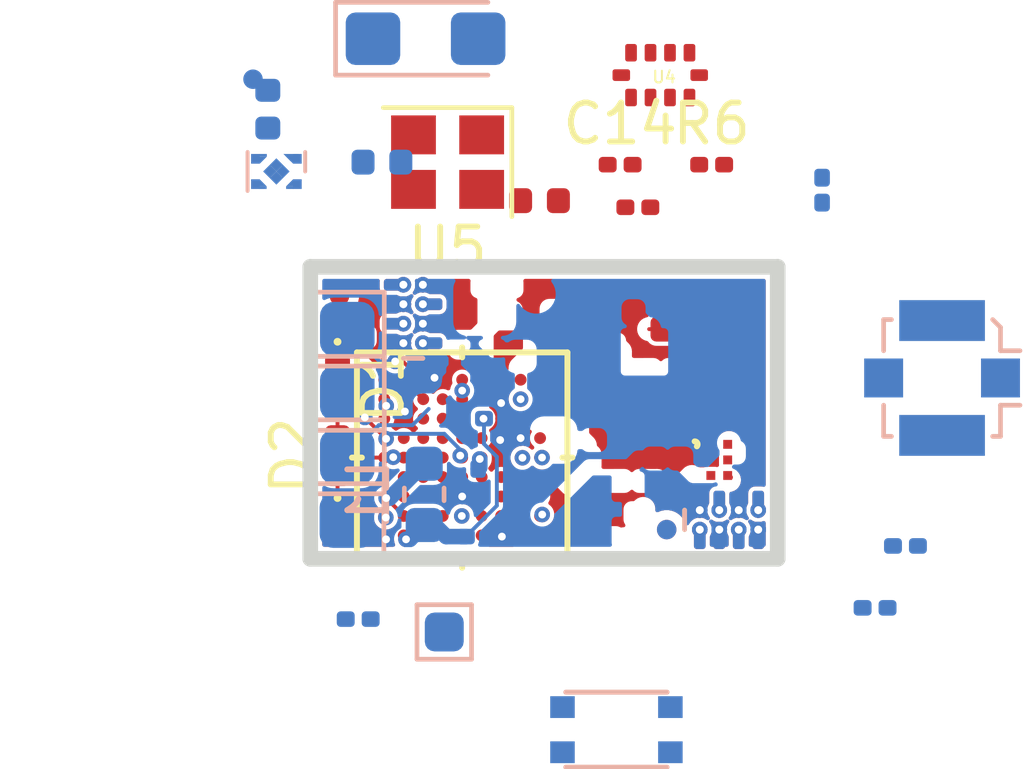
<source format=kicad_pcb>
(kicad_pcb (version 20171130) (host pcbnew "(5.1.4)-1")
  (layers (0 F.Cu signal) (1 In1.Cu_Gnd signal) (2 In2.Cu_3V3 signal) (31 B.Cu signal) (34 B.Paste user) (35 F.Paste user) (36 B.SilkS user hide) (37 F.SilkS user) (38 B.Mask user) (39 F.Mask user) (44 Edge.Cuts user))
  (net 0 "")
  (net 1 GND)
  (net 2 VDDRF1V5)
  (net 3 VR_PA)
  (net 4 3.3-5V_IN)
  (net 5 BIND_BUT)
  (net 6 +3V3)
  (net 7 "Net-(C8-Pad1)")
  (net 8 "Net-(C13-Pad2)")
  (net 9 XI)
  (net 10 "Net-(C18-Pad2)")
  (net 11 "Net-(C18-Pad1)")
  (net 12 RFI_N)
  (net 13 RFI_P)
  (net 14 "Net-(C26-Pad1)")
  (net 15 "Net-(D1-Pad1)")
  (net 16 "Net-(D2-Pad1)")
  (net 17 "Net-(L1-Pad1)")
  (net 18 LED1)
  (net 19 LED2)
  (net 20 Boot0)
  (net 21 RFSW_CRTL)
  (net 22 UART_RX)
  (net 23 UART_TX)
  (net 24 "Net-(C14-Pad1)")
  (net 25 "Net-(L2-Pad2)")
  (net 26 "Net-(R6-Pad1)")
  (net 27 RFO)
  (net 28 RFI)
  (module ftprnts:BGS12PL6E6327XTSA1 (layer F.Cu) (at 130.5 55.96)
    (fp_text reference U3 hide)
    (fp_text value BGS12PL6E6327XTSA1 hide)
    (fp_arc (start -0.6318 -0.4) (end -0.6318 -0.4762) (angle 131.758408) (layer F.SilkS) (width 0.1524))
    (pad 1 smd rect (at -0.2159 -0.399999) (size 0.2286 0.2286) (layers F.Cu F.Paste F.Mask) (net 27 RFO))
    (pad 2 smd rect (at -0.2159 0) (size 0.2286 0.2286) (layers F.Cu F.Paste F.Mask) (net 1 GND))
    (pad 3 smd rect (at -0.2159 0.399999) (size 0.2286 0.2286) (layers F.Cu F.Paste F.Mask) (net 28 RFI))
    (pad 4 smd rect (at 0.2159 0.399999) (size 0.2286 0.2286) (layers F.Cu F.Paste F.Mask) (net 6 +3V3))
    (pad 5 smd rect (at 0.2159 0) (size 0.2286 0.2286) (layers F.Cu F.Paste F.Mask) (net 11 "Net-(C18-Pad1)"))
    (pad 6 smd rect (at 0.2159 -0.399999) (size 0.2286 0.2286) (layers F.Cu F.Paste F.Mask) (net 8 "Net-(C13-Pad2)"))
  )
  (module ftprnts:STM32WLE5JBI6 (layer F.Cu) (at 123.9 55.9 90)
    (fp_text reference U1 hide)
    (fp_text value STM32WLE5JBI6 hide)
    (fp_line (start -2.702001 -2.702001) (end -2.702001 2.702001) (layer F.SilkS) (width 0.1524))
    (fp_line (start 2.702001 -2.702001) (end -2.702001 -2.702001) (layer F.SilkS) (width 0.1524))
    (fp_line (start 2.702001 2.702001) (end 2.702001 -2.702001) (layer F.SilkS) (width 0.1524))
    (fp_line (start -2.702001 2.702001) (end 2.702001 2.702001) (layer F.SilkS) (width 0.1524))
    (fp_line (start 0 2.575) (end 0 2.829) (layer F.SilkS) (width 0.1524))
    (fp_line (start 0 -2.575) (end 0 -2.829) (layer F.SilkS) (width 0.1524))
    (fp_line (start 2.575 0) (end 2.829 0) (layer F.SilkS) (width 0.1524))
    (fp_line (start -2.575 0) (end -2.829 0) (layer F.SilkS) (width 0.1524))
    (pad A1 smd circle (at -2 -2 90) (size 0.3048 0.3048) (layers F.Cu F.Paste F.Mask) (net 1 GND))
    (pad A2 smd circle (at -1.5 -2 90) (size 0.3048 0.3048) (layers F.Cu F.Paste F.Mask) (net 6 +3V3))
    (pad A4 smd circle (at -0.5 -2 90) (size 0.3048 0.3048) (layers F.Cu F.Paste F.Mask) (net 19 LED2))
    (pad A5 smd circle (at 0 -2 90) (size 0.3048 0.3048) (layers F.Cu F.Paste F.Mask) (net 6 +3V3))
    (pad A7 smd circle (at 1 -2 90) (size 0.3048 0.3048) (layers F.Cu F.Paste F.Mask) (net 6 +3V3))
    (pad A8 smd circle (at 1.5 -2 90) (size 0.3048 0.3048) (layers F.Cu F.Paste F.Mask) (net 6 +3V3))
    (pad A9 smd circle (at 2 -2 90) (size 0.3048 0.3048) (layers F.Cu F.Paste F.Mask) (net 18 LED1))
    (pad B1 smd circle (at -2 -1.5 90) (size 0.3048 0.3048) (layers F.Cu F.Paste F.Mask) (net 2 VDDRF1V5))
    (pad B2 smd circle (at -1.5 -1.5 90) (size 0.3048 0.3048) (layers F.Cu F.Paste F.Mask) (net 17 "Net-(L1-Pad1)"))
    (pad B3 smd circle (at -1 -1.5 90) (size 0.3048 0.3048) (layers F.Cu F.Paste F.Mask))
    (pad B4 smd circle (at -0.5 -1.5 90) (size 0.3048 0.3048) (layers F.Cu F.Paste F.Mask))
    (pad B5 smd circle (at 0 -1.5 90) (size 0.3048 0.3048) (layers F.Cu F.Paste F.Mask) (net 6 +3V3))
    (pad B6 smd circle (at 0.5 -1.5 90) (size 0.3048 0.3048) (layers F.Cu F.Paste F.Mask))
    (pad B7 smd circle (at 1 -1.5 90) (size 0.3048 0.3048) (layers F.Cu F.Paste F.Mask) (net 1 GND))
    (pad B8 smd circle (at 1.5 -1.5 90) (size 0.3048 0.3048) (layers F.Cu F.Paste F.Mask) (net 1 GND))
    (pad B9 smd circle (at 2 -1.5 90) (size 0.3048 0.3048) (layers F.Cu F.Paste F.Mask))
    (pad C1 smd circle (at -2 -1 90) (size 0.3048 0.3048) (layers F.Cu F.Paste F.Mask))
    (pad C2 smd circle (at -1.5 -1 90) (size 0.3048 0.3048) (layers F.Cu F.Paste F.Mask))
    (pad C3 smd circle (at -1 -1 90) (size 0.3048 0.3048) (layers F.Cu F.Paste F.Mask))
    (pad C4 smd circle (at -0.5 -1 90) (size 0.3048 0.3048) (layers F.Cu F.Paste F.Mask))
    (pad C5 smd circle (at 0 -1 90) (size 0.3048 0.3048) (layers F.Cu F.Paste F.Mask))
    (pad C6 smd circle (at 0.5 -1 90) (size 0.3048 0.3048) (layers F.Cu F.Paste F.Mask))
    (pad C7 smd circle (at 1 -1 90) (size 0.3048 0.3048) (layers F.Cu F.Paste F.Mask))
    (pad C8 smd circle (at 1.5 -1 90) (size 0.3048 0.3048) (layers F.Cu F.Paste F.Mask) (net 22 UART_RX))
    (pad D2 smd circle (at -1.5 -0.5 90) (size 0.3048 0.3048) (layers F.Cu F.Paste F.Mask))
    (pad D3 smd circle (at -1 -0.5 90) (size 0.3048 0.3048) (layers F.Cu F.Paste F.Mask))
    (pad D4 smd circle (at -0.5 -0.5 90) (size 0.3048 0.3048) (layers F.Cu F.Paste F.Mask))
    (pad D5 smd circle (at 0 -0.5 90) (size 0.3048 0.3048) (layers F.Cu F.Paste F.Mask))
    (pad D6 smd circle (at 0.5 -0.5 90) (size 0.3048 0.3048) (layers F.Cu F.Paste F.Mask))
    (pad D7 smd circle (at 1 -0.5 90) (size 0.3048 0.3048) (layers F.Cu F.Paste F.Mask))
    (pad D8 smd circle (at 1.5 -0.5 90) (size 0.3048 0.3048) (layers F.Cu F.Paste F.Mask))
    (pad D9 smd circle (at 2 -0.5 90) (size 0.3048 0.3048) (layers F.Cu F.Paste F.Mask) (net 1 GND))
    (pad E1 smd circle (at -2 0 90) (size 0.3048 0.3048) (layers F.Cu F.Paste F.Mask))
    (pad E2 smd circle (at -1.5 0 90) (size 0.3048 0.3048) (layers F.Cu F.Paste F.Mask) (net 6 +3V3))
    (pad E3 smd circle (at -1 0 90) (size 0.3048 0.3048) (layers F.Cu F.Paste F.Mask) (net 1 GND))
    (pad E4 smd circle (at -0.5 0 90) (size 0.3048 0.3048) (layers F.Cu F.Paste F.Mask))
    (pad E5 smd circle (at 0 0 90) (size 0.3048 0.3048) (layers F.Cu F.Paste F.Mask) (net 23 UART_TX))
    (pad E6 smd circle (at 0.5 0 90) (size 0.3048 0.3048) (layers F.Cu F.Paste F.Mask))
    (pad E7 smd circle (at 1 0 90) (size 0.3048 0.3048) (layers F.Cu F.Paste F.Mask))
    (pad E8 smd circle (at 1.5 0 90) (size 0.3048 0.3048) (layers F.Cu F.Paste F.Mask) (net 6 +3V3))
    (pad E9 smd circle (at 2 0 90) (size 0.3048 0.3048) (layers F.Cu F.Paste F.Mask) (net 6 +3V3))
    (pad F1 smd circle (at -2 0.5 90) (size 0.3048 0.3048) (layers F.Cu F.Paste F.Mask))
    (pad F2 smd circle (at -1.5 0.5 90) (size 0.3048 0.3048) (layers F.Cu F.Paste F.Mask))
    (pad F3 smd circle (at -1 0.5 90) (size 0.3048 0.3048) (layers F.Cu F.Paste F.Mask))
    (pad F4 smd circle (at -0.5 0.5 90) (size 0.3048 0.3048) (layers F.Cu F.Paste F.Mask))
    (pad F5 smd circle (at 0 0.5 90) (size 0.3048 0.3048) (layers F.Cu F.Paste F.Mask) (net 7 "Net-(C8-Pad1)"))
    (pad F6 smd circle (at 0.5 0.5 90) (size 0.3048 0.3048) (layers F.Cu F.Paste F.Mask))
    (pad F7 smd circle (at 1 0.5 90) (size 0.3048 0.3048) (layers F.Cu F.Paste F.Mask) (net 2 VDDRF1V5))
    (pad F8 smd circle (at 1.5 0.5 90) (size 0.3048 0.3048) (layers F.Cu F.Paste F.Mask))
    (pad G2 smd circle (at -1.5 1 90) (size 0.3048 0.3048) (layers F.Cu F.Paste F.Mask))
    (pad G3 smd circle (at -1 1 90) (size 0.3048 0.3048) (layers F.Cu F.Paste F.Mask))
    (pad G4 smd circle (at -0.5 1 90) (size 0.3048 0.3048) (layers F.Cu F.Paste F.Mask))
    (pad G5 smd circle (at 0 1 90) (size 0.3048 0.3048) (layers F.Cu F.Paste F.Mask) (net 1 GND))
    (pad G6 smd circle (at 0.5 1 90) (size 0.3048 0.3048) (layers F.Cu F.Paste F.Mask) (net 1 GND))
    (pad G7 smd circle (at 1 1 90) (size 0.3048 0.3048) (layers F.Cu F.Paste F.Mask) (net 1 GND))
    (pad G8 smd circle (at 1.5 1 90) (size 0.3048 0.3048) (layers F.Cu F.Paste F.Mask) (net 1 GND))
    (pad G9 smd circle (at 2 1 90) (size 0.3048 0.3048) (layers F.Cu F.Paste F.Mask) (net 9 XI))
    (pad H1 smd circle (at -2 1.5 90) (size 0.3048 0.3048) (layers F.Cu F.Paste F.Mask))
    (pad H2 smd circle (at -1.5 1.5 90) (size 0.3048 0.3048) (layers F.Cu F.Paste F.Mask))
    (pad H3 smd circle (at -1 1.5 90) (size 0.3048 0.3048) (layers F.Cu F.Paste F.Mask))
    (pad H4 smd circle (at -0.5 1.5 90) (size 0.3048 0.3048) (layers F.Cu F.Paste F.Mask))
    (pad H5 smd circle (at 0 1.5 90) (size 0.3048 0.3048) (layers F.Cu F.Paste F.Mask) (net 6 +3V3))
    (pad H6 smd circle (at 0.5 1.5 90) (size 0.3048 0.3048) (layers F.Cu F.Paste F.Mask) (net 1 GND))
    (pad H7 smd circle (at 1 1.5 90) (size 0.3048 0.3048) (layers F.Cu F.Paste F.Mask) (net 12 RFI_N))
    (pad H8 smd circle (at 1.5 1.5 90) (size 0.3048 0.3048) (layers F.Cu F.Paste F.Mask) (net 6 +3V3))
    (pad H9 smd circle (at 2 1.5 90) (size 0.3048 0.3048) (layers F.Cu F.Paste F.Mask) (net 3 VR_PA))
    (pad J1 smd circle (at -2 2 90) (size 0.3048 0.3048) (layers F.Cu F.Paste F.Mask) (net 5 BIND_BUT))
    (pad J2 smd circle (at -1.5 2 90) (size 0.3048 0.3048) (layers F.Cu F.Paste F.Mask) (net 21 RFSW_CRTL))
    (pad J3 smd circle (at -1 2 90) (size 0.3048 0.3048) (layers F.Cu F.Paste F.Mask))
    (pad J5 smd circle (at 0 2 90) (size 0.3048 0.3048) (layers F.Cu F.Paste F.Mask) (net 20 Boot0))
    (pad J6 smd circle (at 0.5 2 90) (size 0.3048 0.3048) (layers F.Cu F.Paste F.Mask) (net 13 RFI_P))
    (pad J8 smd circle (at 1.5 2 90) (size 0.3048 0.3048) (layers F.Cu F.Paste F.Mask))
    (pad J9 smd circle (at 2 2 90) (size 0.3048 0.3048) (layers F.Cu F.Paste F.Mask) (net 25 "Net-(L2-Pad2)"))
  )
  (module Capacitor_Tantalum_SMD:CP_EIA-3216-18_Kemet-A (layer B.Cu) (at 122.96 45.14)
    (fp_text reference C12 hide)
    (fp_text value 100uF hide)
    (fp_line (start -2.31 -0.935) (end 1.6 -0.935) (layer B.SilkS) (width 0.12))
    (fp_line (start -2.31 0.935) (end -2.31 -0.935) (layer B.SilkS) (width 0.12))
    (fp_line (start 1.6 0.935) (end -2.31 0.935) (layer B.SilkS) (width 0.12))
    (pad 1 smd roundrect (at -1.35 0) (size 1.4 1.35) (layers B.Cu B.Paste B.Mask) (roundrect_rratio 0.185185) (net 6 +3V3))
    (pad 2 smd roundrect (at 1.35 0) (size 1.4 1.35) (layers B.Cu B.Paste B.Mask) (roundrect_rratio 0.185185) (net 1 GND))
  )
  (module Connector_Coaxial:U.FL_Molex_MCRF_73412-0110_Vertical (layer B.Cu) (at 136.22 53.855 270)
    (fp_text reference J1 hide)
    (fp_text value u.fl hide)
    (fp_line (start 0.7 -1.5) (end 0.7 -2) (layer B.SilkS) (width 0.12))
    (fp_line (start -0.7 -1.5) (end -0.7 -2) (layer B.SilkS) (width 0.12))
    (fp_line (start -0.7 -1.5) (end -1.3 -1.5) (layer B.SilkS) (width 0.12))
    (fp_line (start -1.3 -1.5) (end -1.5 -1.3) (layer B.SilkS) (width 0.12))
    (fp_line (start 1.5 -1.3) (end 1.5 -1.5) (layer B.SilkS) (width 0.12))
    (fp_line (start 1.5 -1.5) (end 0.7 -1.5) (layer B.SilkS) (width 0.12))
    (fp_line (start 0.7 1.5) (end 1.5 1.5) (layer B.SilkS) (width 0.12))
    (fp_line (start 1.5 1.5) (end 1.5 1.3) (layer B.SilkS) (width 0.12))
    (fp_line (start -1.5 1.3) (end -1.5 1.5) (layer B.SilkS) (width 0.12))
    (fp_line (start -1.5 1.5) (end -0.7 1.5) (layer B.SilkS) (width 0.12))
    (pad 1 smd rect (at 0 -1.5 270) (size 1 1) (layers B.Cu B.Paste B.Mask) (net 14 "Net-(C26-Pad1)"))
    (pad 2 smd rect (at 0 1.5 270) (size 1 1) (layers B.Cu B.Paste B.Mask) (net 1 GND))
    (pad 2 smd rect (at 1.475 0 270) (size 1.05 2.2) (layers B.Cu B.Paste B.Mask) (net 1 GND))
    (pad 2 smd rect (at -1.475 0 270) (size 1.05 2.2) (layers B.Cu B.Paste B.Mask) (net 1 GND))
  )
  (module ftprnts:EVPBL9A2B000 (layer B.Cu) (at 127.86 62.89 180)
    (fp_text reference SW1 hide)
    (fp_text value SW_Push hide)
    (fp_line (start -1.3 0.9635) (end 1.3 0.9635) (layer B.SilkS) (width 0.127))
    (fp_line (start -1.3 -0.9635) (end 1.3 -0.9635) (layer B.SilkS) (width 0.127))
    (pad 1 smd rect (at -1.385 0.58 180) (size 0.63 0.56) (layers B.Cu B.Paste B.Mask) (net 5 BIND_BUT))
    (pad 1 smd rect (at -1.385 -0.58 180) (size 0.63 0.56) (layers B.Cu B.Paste B.Mask) (net 5 BIND_BUT))
    (pad 2 smd rect (at 1.385 0.58 180) (size 0.63 0.56) (layers B.Cu B.Paste B.Mask) (net 1 GND))
    (pad 2 smd rect (at 1.385 -0.58 180) (size 0.63 0.56) (layers B.Cu B.Paste B.Mask) (net 1 GND))
  )
  (module ftprnts:R_0201_0603Metric_dense (layer B.Cu) (at 134.5 59.76 180)
    (fp_text reference R5 hide)
    (fp_text value 100R hide)
    (pad 2 smd roundrect (at 0.32 0 180) (size 0.46 0.4) (layers B.Cu B.Mask) (net 21 RFSW_CRTL))
    (pad 1 smd roundrect (at -0.32 0 180) (size 0.46 0.4) (layers B.Cu B.Mask) (net 8 "Net-(C13-Pad2)"))
  )
  (module ftprnts:R_0201_0603Metric_dense (layer B.Cu) (at 121.23 60.05 180)
    (fp_text reference R4 hide)
    (fp_text value 10k hide)
    (pad 2 smd roundrect (at 0.32 0 180) (size 0.46 0.4) (layers B.Cu B.Mask) (net 20 Boot0))
    (pad 1 smd roundrect (at -0.32 0 180) (size 0.46 0.4) (layers B.Cu B.Mask) (net 1 GND))
  )
  (module ftprnts:R_0201_0603Metric_dense (layer F.Cu) (at 120.7 57.4 90)
    (fp_text reference R2 hide)
    (fp_text value 270R hide)
    (pad 2 smd roundrect (at 0.32 0 90) (size 0.46 0.4) (layers F.Cu F.Mask) (net 16 "Net-(D2-Pad1)"))
    (pad 1 smd roundrect (at -0.32 0 90) (size 0.46 0.4) (layers F.Cu F.Mask) (net 19 LED2))
  )
  (module ftprnts:R_0201_0603Metric_dense (layer F.Cu) (at 121.05 52.8 180)
    (fp_text reference R1 hide)
    (fp_text value 270R hide)
    (pad 2 smd roundrect (at 0.32 0 180) (size 0.46 0.4) (layers F.Cu F.Mask) (net 15 "Net-(D1-Pad1)"))
    (pad 1 smd roundrect (at -0.32 0 180) (size 0.46 0.4) (layers F.Cu F.Mask) (net 18 LED1))
  )
  (module ftprnts:L_0402_1005Metric_dense (layer B.Cu) (at 121.84 48.31)
    (fp_text reference C5 hide)
    (fp_text value 10µF hide)
    (pad 2 smd roundrect (at 0.485 0) (size 0.59 0.64) (layers B.Cu B.Paste B.Mask) (net 1 GND))
    (pad 1 smd roundrect (at -0.485 0) (size 0.59 0.64) (layers B.Cu B.Paste B.Mask) (net 6 +3V3))
  )
  (module ftprnts:L_0402_1005Metric_dense (layer B.Cu) (at 118.91 46.95 90)
    (fp_text reference C3 hide)
    (fp_text value 10µF hide)
    (pad 2 smd roundrect (at 0.485 0 90) (size 0.59 0.64) (layers B.Cu B.Paste B.Mask) (net 1 GND))
    (pad 1 smd roundrect (at -0.485 0 90) (size 0.59 0.64) (layers B.Cu B.Paste B.Mask) (net 4 3.3-5V_IN))
  )
  (module Package_DFN_QFN:UDFN-4_1x1mm_P0.65mm (layer B.Cu) (at 119.13 48.55 180)
    (fp_text reference U2 hide)
    (fp_text value NCP160 hide)
    (fp_line (start -0.74 0.5) (end -0.74 0) (layer B.SilkS) (width 0.1))
    (fp_line (start 0.74 0.5) (end 0.74 -0.5) (layer B.SilkS) (width 0.1))
    (pad 5 smd rect (at 0 0.17 225) (size 0.24 0.24) (layers B.Cu B.Paste B.Mask) (net 1 GND))
    (pad 5 smd rect (at -0.17 0 225) (size 0.24 0.24) (layers B.Cu B.Paste B.Mask) (net 1 GND))
    (pad 5 smd rect (at 0.17 0 225) (size 0.24 0.24) (layers B.Cu B.Paste B.Mask) (net 1 GND))
    (pad 3 smd rect (at 0.345 -0.415 90) (size 0.07 0.19) (layers B.Cu B.Paste B.Mask) (net 4 3.3-5V_IN))
    (pad 1 smd trapezoid (at -0.38 0.35) (size 0.2 0.2) (rect_delta 0 -0.19999) (layers B.Cu B.Paste B.Mask) (net 6 +3V3))
    (pad 3 smd trapezoid (at 0.43 -0.29 180) (size 0.18 0.18) (rect_delta 0 -0.17999) (layers B.Cu B.Paste B.Mask) (net 4 3.3-5V_IN))
    (pad 3 smd rect (at 0.54 -0.325 270) (size 0.25 0.22) (layers B.Cu B.Paste B.Mask) (net 4 3.3-5V_IN))
    (pad 4 smd rect (at 0.34 0.415 90) (size 0.07 0.19) (layers B.Cu B.Paste B.Mask) (net 4 3.3-5V_IN))
    (pad 4 smd trapezoid (at 0.425 0.29 270) (size 0.18 0.18) (rect_delta 0.1799 0) (layers B.Cu B.Paste B.Mask) (net 4 3.3-5V_IN))
    (pad 4 smd rect (at 0.54 0.325 270) (size 0.25 0.22) (layers B.Cu B.Paste B.Mask) (net 4 3.3-5V_IN))
    (pad 1 smd rect (at -0.54 0.325 270) (size 0.25 0.22) (layers B.Cu B.Paste B.Mask) (net 6 +3V3))
    (pad 5 smd rect (at 0 -0.17 225) (size 0.24 0.24) (layers B.Cu B.Paste B.Mask) (net 1 GND))
    (pad 2 smd rect (at -0.54 -0.325 270) (size 0.25 0.22) (layers B.Cu B.Paste B.Mask) (net 1 GND))
    (pad 1 smd trapezoid (at -0.43 0.3) (size 0.2 0.2) (rect_delta 0 -0.19999) (layers B.Cu B.Paste B.Mask) (net 6 +3V3))
    (pad 2 smd trapezoid (at -0.43 -0.29 90) (size 0.18 0.18) (rect_delta 0.1799 0) (layers B.Cu B.Paste B.Mask) (net 1 GND))
    (pad 2 smd rect (at -0.345 -0.415 90) (size 0.07 0.19) (layers B.Cu B.Paste B.Mask) (net 1 GND))
  )
  (module TestPoint:TestPoint_Pad_1.0x1.0mm (layer B.Cu) (at 123.44 60.38)
    (fp_text reference TP1 hide)
    (fp_text value "Pad 1x1mm" hide)
    (fp_line (start -0.7 -0.7) (end -0.7 0.7) (layer B.SilkS) (width 0.12))
    (fp_line (start 0.7 -0.7) (end -0.7 -0.7) (layer B.SilkS) (width 0.12))
    (fp_line (start 0.7 0.7) (end 0.7 -0.7) (layer B.SilkS) (width 0.12))
    (fp_line (start -0.7 0.7) (end 0.7 0.7) (layer B.SilkS) (width 0.12))
    (pad 1 smd roundrect (at 0 0) (size 1 1) (layers B.Cu B.Mask) (net 20 Boot0))
  )
  (module ftprnts:0805_low_esl_cap_avx_w_via_dense (layer B.Cu) (at 122.64 52.21)
    (fp_text reference C11 hide)
    (fp_text value 2.2uF hide)
    (fp_line (start 0.25 1.14) (end -0.25 1.14) (layer B.SilkS) (width 0.12))
    (fp_line (start 0.25 -1.14) (end -0.25 -1.14) (layer B.SilkS) (width 0.12))
    (pad 2 thru_hole circle (at -0.25 0.25) (size 0.4 0.4) (drill 0.2) (layers *.Cu) (net 6 +3V3))
    (pad 1 thru_hole circle (at -0.25 -0.25) (size 0.4 0.4) (drill 0.2) (layers *.Cu) (net 1 GND))
    (pad 2 smd roundrect (at -0.5 0.25) (size 0.5 0.3) (layers B.Cu B.Paste B.Mask) (net 6 +3V3))
    (pad 1 smd roundrect (at -0.5 -0.25) (size 0.5 0.3) (layers B.Cu B.Paste B.Mask) (net 1 GND))
    (pad 2 smd roundrect (at 0.5 -0.25) (size 0.5 0.3) (layers B.Cu B.Paste B.Mask) (net 6 +3V3))
    (pad 1 smd roundrect (at -0.5 0.75) (size 0.5 0.3) (layers B.Cu B.Paste B.Mask) (net 1 GND))
    (pad 2 smd roundrect (at 0.5 0.75) (size 0.5 0.3) (layers B.Cu B.Paste B.Mask) (net 6 +3V3))
    (pad 1 smd roundrect (at 0.5 0.25) (size 0.5 0.3) (layers B.Cu B.Paste B.Mask) (net 1 GND))
    (pad 2 smd roundrect (at -0.5 -0.75) (size 0.5 0.3) (layers B.Cu B.Paste B.Mask) (net 6 +3V3))
    (pad 1 smd roundrect (at 0.5 -0.75) (size 0.5 0.3) (layers B.Cu B.Paste B.Mask) (net 1 GND))
    (pad 2 thru_hole circle (at -0.25 -0.75) (size 0.4 0.4) (drill 0.2) (layers *.Cu) (net 6 +3V3))
    (pad 2 thru_hole circle (at 0.25 -0.25) (size 0.4 0.4) (drill 0.2) (layers *.Cu) (net 6 +3V3))
    (pad 1 thru_hole circle (at -0.25 0.75) (size 0.4 0.4) (drill 0.2) (layers *.Cu) (net 1 GND))
    (pad 1 thru_hole circle (at 0.25 -0.75) (size 0.4 0.4) (drill 0.2) (layers *.Cu) (net 1 GND))
    (pad 1 thru_hole circle (at 0.25 0.25) (size 0.4 0.4) (drill 0.2) (layers *.Cu) (net 1 GND))
    (pad 2 thru_hole circle (at 0.25 0.75) (size 0.4 0.4) (drill 0.2) (layers *.Cu) (net 6 +3V3))
  )
  (module ftprnts:0805_low_esl_cap_avx_w_via_dense (layer F.Cu) (at 130.75 57.5 90)
    (fp_text reference C10 hide)
    (fp_text value 2.2uF hide)
    (fp_line (start 0.25 -1.14) (end -0.25 -1.14) (layer F.SilkS) (width 0.12))
    (fp_line (start 0.25 1.14) (end -0.25 1.14) (layer F.SilkS) (width 0.12))
    (pad 2 thru_hole circle (at -0.25 -0.25 90) (size 0.4 0.4) (drill 0.2) (layers *.Cu) (net 1 GND))
    (pad 1 thru_hole circle (at -0.25 0.25 90) (size 0.4 0.4) (drill 0.2) (layers *.Cu) (net 6 +3V3))
    (pad 2 smd roundrect (at -0.5 -0.25 90) (size 0.5 0.3) (layers F.Cu F.Paste F.Mask) (net 1 GND))
    (pad 1 smd roundrect (at -0.5 0.25 90) (size 0.5 0.3) (layers F.Cu F.Paste F.Mask) (net 6 +3V3))
    (pad 2 smd roundrect (at 0.5 0.25 90) (size 0.5 0.3) (layers F.Cu F.Paste F.Mask) (net 1 GND))
    (pad 1 smd roundrect (at -0.5 -0.75 90) (size 0.5 0.3) (layers F.Cu F.Paste F.Mask) (net 6 +3V3))
    (pad 2 smd roundrect (at 0.5 -0.75 90) (size 0.5 0.3) (layers F.Cu F.Paste F.Mask) (net 1 GND))
    (pad 1 smd roundrect (at 0.5 -0.25 90) (size 0.5 0.3) (layers F.Cu F.Paste F.Mask) (net 6 +3V3))
    (pad 2 smd roundrect (at -0.5 0.75 90) (size 0.5 0.3) (layers F.Cu F.Paste F.Mask) (net 1 GND))
    (pad 1 smd roundrect (at 0.5 0.75 90) (size 0.5 0.3) (layers F.Cu F.Paste F.Mask) (net 6 +3V3))
    (pad 2 thru_hole circle (at -0.25 0.75 90) (size 0.4 0.4) (drill 0.2) (layers *.Cu) (net 1 GND))
    (pad 2 thru_hole circle (at 0.25 0.25 90) (size 0.4 0.4) (drill 0.2) (layers *.Cu) (net 1 GND))
    (pad 1 thru_hole circle (at -0.25 -0.75 90) (size 0.4 0.4) (drill 0.2) (layers *.Cu) (net 6 +3V3))
    (pad 1 thru_hole circle (at 0.25 0.75 90) (size 0.4 0.4) (drill 0.2) (layers *.Cu) (net 6 +3V3))
    (pad 1 thru_hole circle (at 0.25 -0.25 90) (size 0.4 0.4) (drill 0.2) (layers *.Cu) (net 6 +3V3))
    (pad 2 thru_hole circle (at 0.25 -0.75 90) (size 0.4 0.4) (drill 0.2) (layers *.Cu) (net 1 GND))
  )
  (module ftprnts:0805_low_esl_cap_avx_w_via_dense (layer B.Cu) (at 130.75 57.5 90)
    (fp_text reference C9 hide)
    (fp_text value 2.2uF hide)
    (fp_line (start 0.25 1.14) (end -0.25 1.14) (layer B.SilkS) (width 0.12))
    (fp_line (start 0.25 -1.14) (end -0.25 -1.14) (layer B.SilkS) (width 0.12))
    (pad 2 thru_hole circle (at -0.25 0.25 90) (size 0.4 0.4) (drill 0.2) (layers *.Cu) (net 6 +3V3))
    (pad 1 thru_hole circle (at -0.25 -0.25 90) (size 0.4 0.4) (drill 0.2) (layers *.Cu) (net 1 GND))
    (pad 2 smd roundrect (at -0.5 0.25 90) (size 0.5 0.3) (layers B.Cu B.Paste B.Mask) (net 6 +3V3))
    (pad 1 smd roundrect (at -0.5 -0.25 90) (size 0.5 0.3) (layers B.Cu B.Paste B.Mask) (net 1 GND))
    (pad 2 smd roundrect (at 0.5 -0.25 90) (size 0.5 0.3) (layers B.Cu B.Paste B.Mask) (net 6 +3V3))
    (pad 1 smd roundrect (at -0.5 0.75 90) (size 0.5 0.3) (layers B.Cu B.Paste B.Mask) (net 1 GND))
    (pad 2 smd roundrect (at 0.5 0.75 90) (size 0.5 0.3) (layers B.Cu B.Paste B.Mask) (net 6 +3V3))
    (pad 1 smd roundrect (at 0.5 0.25 90) (size 0.5 0.3) (layers B.Cu B.Paste B.Mask) (net 1 GND))
    (pad 2 smd roundrect (at -0.5 -0.75 90) (size 0.5 0.3) (layers B.Cu B.Paste B.Mask) (net 6 +3V3))
    (pad 1 smd roundrect (at 0.5 -0.75 90) (size 0.5 0.3) (layers B.Cu B.Paste B.Mask) (net 1 GND))
    (pad 2 thru_hole circle (at -0.25 -0.75 90) (size 0.4 0.4) (drill 0.2) (layers *.Cu) (net 6 +3V3))
    (pad 2 thru_hole circle (at 0.25 -0.25 90) (size 0.4 0.4) (drill 0.2) (layers *.Cu) (net 6 +3V3))
    (pad 1 thru_hole circle (at -0.25 0.75 90) (size 0.4 0.4) (drill 0.2) (layers *.Cu) (net 1 GND))
    (pad 1 thru_hole circle (at 0.25 -0.75 90) (size 0.4 0.4) (drill 0.2) (layers *.Cu) (net 1 GND))
    (pad 1 thru_hole circle (at 0.25 0.25 90) (size 0.4 0.4) (drill 0.2) (layers *.Cu) (net 1 GND))
    (pad 2 thru_hole circle (at 0.25 0.75 90) (size 0.4 0.4) (drill 0.2) (layers *.Cu) (net 6 +3V3))
  )
  (module ftprnts:0805_low_esl_cap_avx_w_via_dense (layer F.Cu) (at 122.64 52.21 180)
    (fp_text reference C7 hide)
    (fp_text value 2.2uF hide)
    (fp_line (start 0.25 -1.14) (end -0.25 -1.14) (layer F.SilkS) (width 0.12))
    (fp_line (start 0.25 1.14) (end -0.25 1.14) (layer F.SilkS) (width 0.12))
    (pad 2 thru_hole circle (at -0.25 -0.25 180) (size 0.4 0.4) (drill 0.2) (layers *.Cu) (net 1 GND))
    (pad 1 thru_hole circle (at -0.25 0.25 180) (size 0.4 0.4) (drill 0.2) (layers *.Cu) (net 6 +3V3))
    (pad 2 smd roundrect (at -0.5 -0.25 180) (size 0.5 0.3) (layers F.Cu F.Paste F.Mask) (net 1 GND))
    (pad 1 smd roundrect (at -0.5 0.25 180) (size 0.5 0.3) (layers F.Cu F.Paste F.Mask) (net 6 +3V3))
    (pad 2 smd roundrect (at 0.5 0.25 180) (size 0.5 0.3) (layers F.Cu F.Paste F.Mask) (net 1 GND))
    (pad 1 smd roundrect (at -0.5 -0.75 180) (size 0.5 0.3) (layers F.Cu F.Paste F.Mask) (net 6 +3V3))
    (pad 2 smd roundrect (at 0.5 -0.75 180) (size 0.5 0.3) (layers F.Cu F.Paste F.Mask) (net 1 GND))
    (pad 1 smd roundrect (at 0.5 -0.25 180) (size 0.5 0.3) (layers F.Cu F.Paste F.Mask) (net 6 +3V3))
    (pad 2 smd roundrect (at -0.5 0.75 180) (size 0.5 0.3) (layers F.Cu F.Paste F.Mask) (net 1 GND))
    (pad 1 smd roundrect (at 0.5 0.75 180) (size 0.5 0.3) (layers F.Cu F.Paste F.Mask) (net 6 +3V3))
    (pad 2 thru_hole circle (at -0.25 0.75 180) (size 0.4 0.4) (drill 0.2) (layers *.Cu) (net 1 GND))
    (pad 2 thru_hole circle (at 0.25 0.25 180) (size 0.4 0.4) (drill 0.2) (layers *.Cu) (net 1 GND))
    (pad 1 thru_hole circle (at -0.25 -0.75 180) (size 0.4 0.4) (drill 0.2) (layers *.Cu) (net 6 +3V3))
    (pad 1 thru_hole circle (at 0.25 0.75 180) (size 0.4 0.4) (drill 0.2) (layers *.Cu) (net 6 +3V3))
    (pad 1 thru_hole circle (at 0.25 -0.25 180) (size 0.4 0.4) (drill 0.2) (layers *.Cu) (net 6 +3V3))
    (pad 2 thru_hole circle (at 0.25 -0.75 180) (size 0.4 0.4) (drill 0.2) (layers *.Cu) (net 1 GND))
  )
  (module ftprnts:L_0402_1005Metric_dense (layer F.Cu) (at 129.515 52.6 180)
    (fp_text reference L6 hide)
    (fp_text value 8.7nH hide)
    (pad 2 smd roundrect (at 0.485 0 180) (size 0.59 0.64) (layers F.Cu F.Paste F.Mask) (net 14 "Net-(C26-Pad1)"))
    (pad 1 smd roundrect (at -0.485 0 180) (size 0.59 0.64) (layers F.Cu F.Paste F.Mask) (net 10 "Net-(C18-Pad2)"))
  )
  (module ftprnts:L_0402_1005Metric_dense (layer F.Cu) (at 125.885 49.3)
    (fp_text reference L2 hide)
    (fp_text value 33nH hide)
    (pad 2 smd roundrect (at 0.485 0) (size 0.59 0.64) (layers F.Cu F.Paste F.Mask) (net 25 "Net-(L2-Pad2)"))
    (pad 1 smd roundrect (at -0.485 0) (size 0.59 0.64) (layers F.Cu F.Paste F.Mask) (net 3 VR_PA))
  )
  (module ftprnts:C_0201_0603Metric_dense (layer B.Cu) (at 133.14 49.03 90)
    (fp_text reference C26 hide)
    (fp_text value 3.3pF hide)
    (pad 2 smd roundrect (at 0.32 0 90) (size 0.46 0.4) (layers B.Cu B.Mask) (net 1 GND))
    (pad 1 smd roundrect (at -0.32 0 90) (size 0.46 0.4) (layers B.Cu B.Mask) (net 14 "Net-(C26-Pad1)"))
  )
  (module ftprnts:C_0201_0603Metric_dense (layer F.Cu) (at 131.1 52.6)
    (fp_text reference C21 hide)
    (fp_text value 3.3pF hide)
    (pad 2 smd roundrect (at 0.32 0) (size 0.46 0.4) (layers F.Cu F.Mask) (net 1 GND))
    (pad 1 smd roundrect (at -0.32 0) (size 0.46 0.4) (layers F.Cu F.Mask) (net 10 "Net-(C18-Pad2)"))
  )
  (module ftprnts:C_0201_0603Metric_dense (layer F.Cu) (at 131.25 54 90)
    (fp_text reference C18 hide)
    (fp_text value 33pF hide)
    (pad 2 smd roundrect (at 0.32 0 90) (size 0.46 0.4) (layers F.Cu F.Mask) (net 10 "Net-(C18-Pad2)"))
    (pad 1 smd roundrect (at -0.32 0 90) (size 0.46 0.4) (layers F.Cu F.Mask) (net 11 "Net-(C18-Pad1)"))
  )
  (module ftprnts:C_0201_0603Metric_dense (layer B.Cu) (at 135.28 58.17)
    (fp_text reference C13 hide)
    (fp_text value 1nF hide)
    (pad 2 smd roundrect (at 0.32 0) (size 0.46 0.4) (layers B.Cu B.Mask) (net 8 "Net-(C13-Pad2)"))
    (pad 1 smd roundrect (at -0.32 0) (size 0.46 0.4) (layers B.Cu B.Mask) (net 1 GND))
  )
  (module ftprnts:C_0201_0603Metric_dense (layer B.Cu) (at 124.31 56.51 270)
    (fp_text reference C8 hide)
    (fp_text value 100nF hide)
    (pad 2 smd roundrect (at 0.32 0 270) (size 0.46 0.4) (layers B.Cu B.Mask) (net 1 GND))
    (pad 1 smd roundrect (at -0.32 0 270) (size 0.46 0.4) (layers B.Cu B.Mask) (net 7 "Net-(C8-Pad1)"))
  )
  (module ftprnts:C_0201_0603Metric_dense (layer B.Cu) (at 124.315 57.93)
    (fp_text reference C6 hide)
    (fp_text value 1µF hide)
    (pad 2 smd roundrect (at 0.32 0) (size 0.46 0.4) (layers B.Cu B.Mask) (net 1 GND))
    (pad 1 smd roundrect (at -0.32 0) (size 0.46 0.4) (layers B.Cu B.Mask) (net 2 VDDRF1V5))
  )
  (module ftprnts:C_0201_0603Metric_dense (layer F.Cu) (at 128.41 49.47)
    (fp_text reference C2 hide)
    (fp_text value 1µF hide)
    (pad 2 smd roundrect (at 0.32 0) (size 0.46 0.4) (layers F.Cu F.Mask) (net 1 GND))
    (pad 1 smd roundrect (at -0.32 0) (size 0.46 0.4) (layers F.Cu F.Mask) (net 3 VR_PA))
  )
  (module ftprnts:C_0201_0603Metric_dense (layer B.Cu) (at 124.78 54.9)
    (fp_text reference C1 hide)
    (fp_text value 1µF hide)
    (pad 2 smd roundrect (at 0.32 0) (size 0.46 0.4) (layers B.Cu B.Mask) (net 1 GND))
    (pad 1 smd roundrect (at -0.32 0) (size 0.46 0.4) (layers B.Cu B.Mask) (net 2 VDDRF1V5))
  )
  (module TestPoint:TestPoint_Pad_1.5x1.5mm (layer B.Cu) (at 120.94 57.52)
    (fp_text reference TP2 hide)
    (fp_text value "Pad 1.5x1.5mm" hide)
    (fp_line (start -0.95 -0.95) (end -0.95 0.95) (layer B.SilkS) (width 0.12))
    (fp_line (start 0.95 -0.95) (end -0.95 -0.95) (layer B.SilkS) (width 0.12))
    (fp_line (start 0.95 0.95) (end 0.95 -0.95) (layer B.SilkS) (width 0.12))
    (fp_line (start -0.95 0.95) (end 0.95 0.95) (layer B.SilkS) (width 0.12))
    (pad 1 smd roundrect (at 0 0) (size 1.4 1.4) (layers B.Cu B.Mask) (net 1 GND))
  )
  (module TestPoint:TestPoint_Pad_1.5x1.5mm (layer B.Cu) (at 120.95 55.88)
    (fp_text reference TP3 hide)
    (fp_text value "Pad 1.5x1.5mm" hide)
    (fp_line (start -0.95 0.95) (end 0.95 0.95) (layer B.SilkS) (width 0.12))
    (fp_line (start 0.95 0.95) (end 0.95 -0.95) (layer B.SilkS) (width 0.12))
    (fp_line (start 0.95 -0.95) (end -0.95 -0.95) (layer B.SilkS) (width 0.12))
    (fp_line (start -0.95 -0.95) (end -0.95 0.95) (layer B.SilkS) (width 0.12))
    (pad 1 smd roundrect (at 0 0) (size 1.4 1.4) (layers B.Cu B.Mask) (net 4 3.3-5V_IN))
  )
  (module TestPoint:TestPoint_Pad_1.5x1.5mm (layer B.Cu) (at 120.95 52.6)
    (fp_text reference TP4 hide)
    (fp_text value "Pad 1.5x1.5mm" hide)
    (fp_line (start -0.95 -0.95) (end -0.95 0.95) (layer B.SilkS) (width 0.12))
    (fp_line (start 0.95 -0.95) (end -0.95 -0.95) (layer B.SilkS) (width 0.12))
    (fp_line (start 0.95 0.95) (end 0.95 -0.95) (layer B.SilkS) (width 0.12))
    (fp_line (start -0.95 0.95) (end 0.95 0.95) (layer B.SilkS) (width 0.12))
    (pad 1 smd roundrect (at 0 0) (size 1.4 1.4) (layers B.Cu B.Mask) (net 22 UART_RX))
  )
  (module TestPoint:TestPoint_Pad_1.5x1.5mm (layer B.Cu) (at 120.95 54.25)
    (fp_text reference TP5 hide)
    (fp_text value "Pad 1.5x1.5mm" hide)
    (fp_line (start -0.95 0.95) (end 0.95 0.95) (layer B.SilkS) (width 0.12))
    (fp_line (start 0.95 0.95) (end 0.95 -0.95) (layer B.SilkS) (width 0.12))
    (fp_line (start 0.95 -0.95) (end -0.95 -0.95) (layer B.SilkS) (width 0.12))
    (fp_line (start -0.95 -0.95) (end -0.95 0.95) (layer B.SilkS) (width 0.12))
    (pad 1 smd roundrect (at 0 0) (size 1.4 1.4) (layers B.Cu B.Mask) (net 23 UART_TX))
  )
  (module Fiducial:Fiducial_0.5mm_Dia_1mm_Outer (layer B.Cu) (at 129.15 57.75)
    (fp_text reference FID1 hide)
    (fp_text value Fiducial hide)
    (pad "" smd circle (at 0 0) (size 0.5 0.5) (layers B.Cu B.Mask) (clearance 0.25))
  )
  (module Fiducial:Fiducial_0.5mm_Dia_1mm_Outer (layer F.Cu) (at 129.15 57.75)
    (fp_text reference FID2 hide)
    (fp_text value Fiducial hide)
    (pad "" smd circle (at 0 0) (size 0.5 0.5) (layers F.Cu F.Mask) (clearance 0.25))
  )
  (module Fiducial:Fiducial_0.5mm_Dia_1mm_Outer (layer B.Cu) (at 118.53 46.18)
    (fp_text reference FID3 hide)
    (fp_text value Fiducial hide)
    (pad "" smd circle (at 0 0) (size 0.5 0.5) (layers B.Cu B.Mask) (clearance 0.25))
  )
  (module Fiducial:Fiducial_0.5mm_Dia_1mm_Outer (layer F.Cu) (at 120.75 51.75)
    (fp_text reference FID4 hide)
    (fp_text value Fiducial hide)
    (pad "" smd circle (at 0 0) (size 0.5 0.5) (layers F.Cu F.Mask) (clearance 0.25))
  )
  (module ftprnts:C_0201_0603Metric_dense (layer F.Cu) (at 127.955001 48.375001)
    (fp_text reference C14 (at 0 -1.05) (layer F.SilkS))
    (fp_text value 10pF)
    (pad 1 smd roundrect (at -0.32 0) (size 0.46 0.4) (layers F.Cu F.Mask) (net 24 "Net-(C14-Pad1)"))
    (pad 2 smd roundrect (at 0.32 0) (size 0.46 0.4) (layers F.Cu F.Mask) (net 9 XI))
  )
  (module LED_SMD:LED_0402_1005Metric (layer F.Cu) (at 120.7 54.015 270)
    (fp_text reference D1 (at 0 -1.17 90) (layer F.SilkS))
    (fp_text value LED_BLUE)
    (fp_circle (center -1.09 0) (end -1.04 0) (layer F.SilkS) (width 0.1))
    (pad 2 smd roundrect (at 0.485 0 270) (size 0.59 0.64) (layers F.Cu F.Paste F.Mask) (net 6 +3V3))
    (pad 1 smd roundrect (at -0.485 0 270) (size 0.59 0.64) (layers F.Cu F.Paste F.Mask) (net 15 "Net-(D1-Pad1)"))
  )
  (module LED_SMD:LED_0402_1005Metric (layer F.Cu) (at 120.7 55.85 90)
    (fp_text reference D2 (at 0 -1.17 90) (layer F.SilkS))
    (fp_text value LED_WHITE)
    (fp_circle (center -1.09 0) (end -1.04 0) (layer F.SilkS) (width 0.1))
    (pad 1 smd roundrect (at -0.485 0 90) (size 0.59 0.64) (layers F.Cu F.Paste F.Mask) (net 16 "Net-(D2-Pad1)"))
    (pad 2 smd roundrect (at 0.485 0 90) (size 0.59 0.64) (layers F.Cu F.Paste F.Mask) (net 6 +3V3))
  )
  (module Inductor_SMD:L_0603_1608Metric (layer B.Cu) (at 122.925 56.845 270)
    (fp_text reference L1 (at 0 1.43 90) (layer B.SilkS) (effects (justify mirror)))
    (fp_text value 15µH)
    (fp_line (start -0.162779 0.51) (end 0.162779 0.51) (layer B.SilkS) (width 0.12))
    (fp_line (start -0.162779 -0.51) (end 0.162779 -0.51) (layer B.SilkS) (width 0.12))
    (pad 1 smd roundrect (at -0.7875 0 270) (size 0.875 0.95) (layers B.Cu B.Paste B.Mask) (net 17 "Net-(L1-Pad1)"))
    (pad 2 smd roundrect (at 0.7875 0 270) (size 0.875 0.95) (layers B.Cu B.Paste B.Mask) (net 2 VDDRF1V5))
  )
  (module ftprnts:R_0201_0603Metric_dense (layer F.Cu) (at 130.305001 48.375001)
    (fp_text reference R6 (at 0 -1.05) (layer F.SilkS))
    (fp_text value 220R)
    (pad 1 smd roundrect (at -0.32 0) (size 0.46 0.4) (layers F.Cu F.Mask) (net 26 "Net-(R6-Pad1)"))
    (pad 2 smd roundrect (at 0.32 0) (size 0.46 0.4) (layers F.Cu F.Mask) (net 24 "Net-(C14-Pad1)"))
  )
  (module ftprnts:0900FM15D0039 (layer F.Cu) (at 128.985001 46.075001)
    (fp_text reference U4 (at 0.1 0.05) (layer F.SilkS) (effects (font (size 0.3 0.3) (thickness 0.05))))
    (fp_text value 0900FM15D0039)
    (pad 1 smd roundrect (at 0.75 -0.575 180) (size 0.3 0.45) (layers F.Cu F.Paste F.Mask) (roundrect_rratio 0.2) (net 25 "Net-(L2-Pad2)"))
    (pad 2 smd roundrect (at 0.25 -0.575 180) (size 0.3 0.45) (layers F.Cu F.Paste F.Mask) (roundrect_rratio 0.2) (net 1 GND))
    (pad 3 smd roundrect (at -0.25 -0.575 180) (size 0.3 0.45) (layers F.Cu F.Paste F.Mask) (roundrect_rratio 0.2) (net 12 RFI_N))
    (pad 4 smd roundrect (at -0.75 -0.575 180) (size 0.3 0.45) (layers F.Cu F.Paste F.Mask) (roundrect_rratio 0.2) (net 13 RFI_P))
    (pad 5 smd roundrect (at -0.75 0.575 180) (size 0.3 0.45) (layers F.Cu F.Paste F.Mask) (roundrect_rratio 0.2) (net 1 GND))
    (pad 6 smd roundrect (at -0.25 0.575 180) (size 0.3 0.45) (layers F.Cu F.Paste F.Mask) (roundrect_rratio 0.2) (net 28 RFI))
    (pad 7 smd roundrect (at 0.25 0.575 180) (size 0.3 0.45) (layers F.Cu F.Paste F.Mask) (roundrect_rratio 0.2) (net 1 GND))
    (pad 8 smd roundrect (at 0.75 0.575 180) (size 0.3 0.45) (layers F.Cu F.Paste F.Mask) (roundrect_rratio 0.2) (net 27 RFO))
    (pad 9 smd roundrect (at -1 0 270) (size 0.3 0.45) (layers F.Cu F.Paste F.Mask) (roundrect_rratio 0.2) (net 1 GND))
    (pad 10 smd roundrect (at 1 0 270) (size 0.3 0.45) (layers F.Cu F.Paste F.Mask) (roundrect_rratio 0.2) (net 1 GND))
  )
  (module Crystal:Crystal_SMD_2520-4Pin_2.5x2.0mm (layer F.Cu) (at 123.525 48.31 180)
    (fp_text reference U5 (at 0 -2.2) (layer F.SilkS))
    (fp_text value ECS-TXO-25CSMV-320-AM-TR)
    (fp_line (start -1.65 -1.4) (end -1.65 1.4) (layer F.SilkS) (width 0.12))
    (fp_line (start -1.65 1.4) (end 1.65 1.4) (layer F.SilkS) (width 0.12))
    (pad 1 smd rect (at -0.875 0.7 180) (size 1.15 1) (layers F.Cu F.Paste F.Mask) (net 1 GND))
    (pad 2 smd rect (at 0.875 0.7 180) (size 1.15 1) (layers F.Cu F.Paste F.Mask) (net 1 GND))
    (pad 3 smd rect (at 0.875 -0.7 180) (size 1.15 1) (layers F.Cu F.Paste F.Mask) (net 26 "Net-(R6-Pad1)"))
    (pad 4 smd rect (at -0.875 -0.7 180) (size 1.15 1) (layers F.Cu F.Paste F.Mask) (net 6 +3V3))
  )
  (gr_line (start 120 58.5) (end 120 51) (layer Edge.Cuts) (width 0.4))
  (gr_line (start 132 58.5) (end 120 58.5) (layer Edge.Cuts) (width 0.4))
  (gr_line (start 132 51) (end 132 58.5) (layer Edge.Cuts) (width 0.4))
  (gr_line (start 120 51) (end 132 51) (layer Edge.Cuts) (width 0.4))
  (via (at 123.9 56.9) (size 0.4) (drill 0.2) (layers F.Cu B.Cu) (net 1))
  (segment (start 121.9 57.953588) (end 121.946412 58) (width 0.1) (layer F.Cu) (net 1))
  (via (at 121.946412 58) (size 0.4) (drill 0.2) (layers F.Cu B.Cu) (net 1))
  (segment (start 121.9 57.9) (end 121.9 57.953588) (width 0.1) (layer F.Cu) (net 1))
  (segment (start 124.9 54.9) (end 124.9 54.4) (width 0.1) (layer F.Cu) (net 1))
  (via (at 124.92 57.93) (size 0.4) (drill 0.2) (layers F.Cu B.Cu) (net 1))
  (segment (start 124.635 57.93) (end 124.92 57.93) (width 0.1) (layer B.Cu) (net 1))
  (via (at 123.19 53.85) (size 0.4) (drill 0.2) (layers F.Cu B.Cu) (net 1))
  (segment (start 123.24 53.9) (end 123.19 53.85) (width 0.1) (layer F.Cu) (net 1))
  (segment (start 123.4 53.9) (end 123.24 53.9) (width 0.1) (layer F.Cu) (net 1))
  (segment (start 122.4 54.9) (end 122.43 54.716533) (width 0.1) (layer F.Cu) (net 1))
  (via (at 122.43 54.716533) (size 0.4) (drill 0.2) (layers F.Cu B.Cu) (net 1))
  (segment (start 122.4 54.746533) (end 122.43 54.716533) (width 0.1) (layer F.Cu) (net 1))
  (segment (start 122.4 54.9) (end 122.4 54.746533) (width 0.1) (layer F.Cu) (net 1))
  (segment (start 122.4 54.686533) (end 122.43 54.716533) (width 0.1) (layer F.Cu) (net 1))
  (segment (start 122.4 54.4) (end 122.4 54.686533) (width 0.1) (layer F.Cu) (net 1))
  (segment (start 130.099634 56) (end 130.3682 56) (width 0.1) (layer F.Cu) (net 1))
  (segment (start 130.15 56) (end 130.099634 56) (width 0.1) (layer F.Cu) (net 1))
  (segment (start 124.24 56.9) (end 124.31 56.83) (width 0.1) (layer B.Cu) (net 1))
  (segment (start 123.9 56.9) (end 124.01 56.9) (width 0.4) (layer B.Cu) (net 1))
  (segment (start 124.08 56.83) (end 124.31 56.83) (width 0.4) (layer B.Cu) (net 1))
  (segment (start 124.01 56.9) (end 124.08 56.83) (width 0.4) (layer B.Cu) (net 1))
  (segment (start 123.338855 52.42) (end 123.314007 52.444848) (width 0.1) (layer F.Cu) (net 1))
  (segment (start 123.14 51.46) (end 123.53 51.46) (width 0.1) (layer B.Cu) (net 1))
  (segment (start 124.9 54.5) (end 124.9 54.9) (width 0.1) (layer F.Cu) (net 1))
  (segment (start 124.9 54.5) (end 124.9 54.4) (width 0.1) (layer F.Cu) (net 1))
  (via (at 124.9 54.5) (size 0.4) (drill 0.2) (layers F.Cu B.Cu) (net 1))
  (segment (start 124.9 54.5) (end 124.79 54.39) (width 0.1) (layer B.Cu) (net 1))
  (via (at 125.4 55.4) (size 0.4) (drill 0.2) (layers F.Cu B.Cu) (net 1))
  (segment (start 125.1 54.9) (end 125.4 55.2) (width 0.2) (layer B.Cu) (net 1))
  (segment (start 125.4 55.2) (end 125.4 55.4) (width 0.2) (layer B.Cu) (net 1))
  (segment (start 124.9 55.425) (end 124.9 55.4) (width 0.1) (layer F.Cu) (net 1))
  (segment (start 124.875 55.45) (end 124.9 55.425) (width 0.1) (layer F.Cu) (net 1))
  (segment (start 124.9 55.475) (end 124.9 55.9) (width 0.1) (layer F.Cu) (net 1))
  (via (at 124.875 55.45) (size 0.4) (drill 0.2) (layers F.Cu B.Cu) (net 1))
  (segment (start 124.875 55.45) (end 124.9 55.475) (width 0.1) (layer F.Cu) (net 1))
  (segment (start 123.1 57.65) (end 122.750012 57.999988) (width 0.1) (layer B.Cu) (net 2))
  (segment (start 122.4 57.9) (end 122.458785 57.958785) (width 0.1) (layer F.Cu) (net 2))
  (segment (start 122.750012 57.999988) (end 122.741627 57.999988) (width 0.1) (layer B.Cu) (net 2))
  (segment (start 122.458785 57.958785) (end 122.458785 57.999988) (width 0.1) (layer F.Cu) (net 2))
  (via (at 122.458785 57.999988) (size 0.4) (drill 0.2) (layers F.Cu B.Cu) (net 2))
  (segment (start 122.741627 57.999988) (end 122.458785 57.999988) (width 0.1) (layer B.Cu) (net 2))
  (via (at 124.447597 54.9) (size 0.4) (drill 0.2) (layers F.Cu B.Cu) (net 2))
  (segment (start 124.46 54.9) (end 124.447597 54.9) (width 0.1) (layer B.Cu) (net 2))
  (segment (start 123.480001 57.920001) (end 123.13 57.57) (width 0.4) (layer B.Cu) (net 2))
  (segment (start 124.79 57.135) (end 123.995 57.93) (width 0.1) (layer B.Cu) (net 2))
  (segment (start 124.79 55.88) (end 124.79 57.135) (width 0.1) (layer B.Cu) (net 2))
  (segment (start 123.49 57.93) (end 123.480001 57.920001) (width 0.4) (layer B.Cu) (net 2))
  (segment (start 123.995 57.93) (end 123.49 57.93) (width 0.4) (layer B.Cu) (net 2))
  (segment (start 122.557512 57.999988) (end 122.925 57.6325) (width 0.4) (layer B.Cu) (net 2))
  (segment (start 122.458785 57.999988) (end 122.557512 57.999988) (width 0.4) (layer B.Cu) (net 2))
  (segment (start 124.46 54.9) (end 124.46 55.55) (width 0.1) (layer B.Cu) (net 2))
  (segment (start 124.46 55.55) (end 124.79 55.88) (width 0.1) (layer B.Cu) (net 2))
  (segment (start 121.763467 55.066533) (end 120.95 55.88) (width 0.1) (layer B.Cu) (net 4))
  (segment (start 123.04 54.65) (end 122.623467 55.066533) (width 0.1) (layer B.Cu) (net 4))
  (segment (start 122.623467 55.066533) (end 121.763467 55.066533) (width 0.1) (layer B.Cu) (net 4))
  (segment (start 126 58) (end 125.9 57.9) (width 0.15) (layer F.Cu) (net 5))
  (via (at 125.446954 55.905217) (size 0.4) (drill 0.2) (layers F.Cu B.Cu) (net 6))
  (via (at 122.13 55.89) (size 0.4) (drill 0.2) (layers F.Cu B.Cu) (net 6))
  (via (at 125.4 54.4) (size 0.4) (drill 0.2) (layers F.Cu B.Cu) (net 6))
  (via (at 123.9 54.18) (size 0.4) (drill 0.2) (layers F.Cu B.Cu) (net 6))
  (segment (start 123.9 54.4) (end 123.9 54.21) (width 0.1) (layer F.Cu) (net 6))
  (segment (start 123.9 54.21) (end 123.87 54.18) (width 0.1) (layer F.Cu) (net 6))
  (via (at 121.94 57.44) (size 0.4) (drill 0.2) (layers F.Cu B.Cu) (net 6))
  (via (at 123.89 57.4) (size 0.4) (drill 0.2) (layers F.Cu B.Cu) (net 6))
  (segment (start 120.7 54.5) (end 120.7 55.365) (width 0.1) (layer F.Cu) (net 6))
  (segment (start 121.235 55.9) (end 121.9 55.9) (width 0.1) (layer F.Cu) (net 6))
  (segment (start 120.7 55.365) (end 121.235 55.9) (width 0.1) (layer F.Cu) (net 6))
  (segment (start 125.41 54.39) (end 125.4 54.4) (width 0.1) (layer B.Cu) (net 6))
  (via (at 121.950406 54.57) (size 0.4) (drill 0.2) (layers F.Cu B.Cu) (net 6))
  (segment (start 121.9 54.399997) (end 121.9 54.9) (width 0.1) (layer F.Cu) (net 6))
  (segment (start 121.950406 54.57) (end 121.9 54.399997) (width 0.1) (layer F.Cu) (net 6))
  (segment (start 121.9 54.620406) (end 121.950406 54.57) (width 0.1) (layer F.Cu) (net 6))
  (segment (start 121.9 54.9) (end 121.9 54.620406) (width 0.1) (layer F.Cu) (net 6))
  (segment (start 130.8 56.399999) (end 130.8 56.414302) (width 0.1) (layer F.Cu) (net 6))
  (segment (start 122.14 52.46) (end 122.39 52.46) (width 0.2) (layer B.Cu) (net 6))
  (segment (start 130.5 57) (end 130.5 57.25) (width 0.2) (layer F.Cu) (net 6))
  (segment (start 131.5 57) (end 131.5 57.25) (width 0.2) (layer F.Cu) (net 6))
  (segment (start 130.5 57) (end 130.5 57.25) (width 0.2) (layer B.Cu) (net 6))
  (segment (start 131.5 57) (end 131.5 57.25) (width 0.2) (layer B.Cu) (net 6))
  (segment (start 122.14 51.46) (end 122.39 51.46) (width 0.2) (layer B.Cu) (net 6))
  (segment (start 122.14 51.46) (end 122.39 51.46) (width 0.2) (layer F.Cu) (net 6))
  (segment (start 122.14 52.46) (end 122.39 52.46) (width 0.2) (layer F.Cu) (net 6))
  (segment (start 122.14 55.9) (end 122.13 55.89) (width 0.2) (layer F.Cu) (net 6))
  (segment (start 122.4 55.9) (end 122.14 55.9) (width 0.2) (layer F.Cu) (net 6))
  (segment (start 122.12 55.9) (end 122.13 55.89) (width 0.2) (layer F.Cu) (net 6))
  (segment (start 121.9 55.9) (end 122.12 55.9) (width 0.2) (layer F.Cu) (net 6))
  (segment (start 123.9 53.9) (end 123.9 54.18) (width 0.2) (layer F.Cu) (net 6))
  (segment (start 123.9 54.4) (end 123.9 54.18) (width 0.2) (layer F.Cu) (net 6))
  (segment (start 124.275 55.95) (end 124.336927 55.95) (width 0.1) (layer B.Cu) (net 7))
  (segment (start 124.336927 55.95) (end 124.350969 55.935958) (width 0.1) (layer B.Cu) (net 7))
  (via (at 124.350969 55.935958) (size 0.4) (drill 0.2) (layers F.Cu B.Cu) (net 7))
  (segment (start 124.350969 56.149031) (end 124.350969 55.935958) (width 0.4) (layer B.Cu) (net 7))
  (segment (start 124.31 56.19) (end 124.350969 56.149031) (width 0.4) (layer B.Cu) (net 7))
  (segment (start 124.4 54.5) (end 124.349979 54.449979) (width 0.1) (layer F.Cu) (net 0))
  (segment (start 129.03 52.6) (end 128.7 52.6) (width 0.1) (layer F.Cu) (net 14))
  (segment (start 120.73 53.5) (end 120.7 53.53) (width 0.2) (layer F.Cu) (net 15))
  (segment (start 120.73 52.8) (end 120.73 53.5) (width 0.2) (layer F.Cu) (net 15))
  (segment (start 120.7 56.335) (end 120.7 57.08) (width 0.1) (layer F.Cu) (net 16))
  (segment (start 122.349596 57.450404) (end 122.349596 57.450412) (width 0.1) (layer F.Cu) (net 17))
  (segment (start 122.4 57.4) (end 122.349596 57.450404) (width 0.1) (layer F.Cu) (net 17))
  (segment (start 122.4 57.4) (end 122.4 57.390708) (width 0.1) (layer F.Cu) (net 17))
  (segment (start 122.4 57.390708) (end 121.949378 56.940086) (width 0.1) (layer F.Cu) (net 17))
  (segment (start 122.91 56.18) (end 122.91 55.885) (width 0.4) (layer B.Cu) (net 17))
  (via (at 121.949378 56.940086) (size 0.4) (drill 0.2) (layers F.Cu B.Cu) (net 17))
  (segment (start 122.042414 56.940086) (end 121.949378 56.940086) (width 0.4) (layer B.Cu) (net 17))
  (segment (start 122.925 56.0575) (end 122.042414 56.940086) (width 0.4) (layer B.Cu) (net 17))
  (segment (start 121.37 53.1) (end 121.37 52.8) (width 0.1) (layer F.Cu) (net 18))
  (segment (start 121.37 53.154474) (end 121.37 53.1) (width 0.1) (layer F.Cu) (net 18))
  (segment (start 121.9 53.9) (end 121.9 53.684474) (width 0.1) (layer F.Cu) (net 18))
  (segment (start 121.9 53.684474) (end 121.37 53.154474) (width 0.1) (layer F.Cu) (net 18))
  (segment (start 121.747601 56.552399) (end 121.9 56.4) (width 0.1) (layer F.Cu) (net 19))
  (segment (start 121.747601 56.615969) (end 121.747601 56.552399) (width 0.1) (layer F.Cu) (net 19))
  (segment (start 120.7 57.72) (end 120.7 57.66357) (width 0.1) (layer F.Cu) (net 19))
  (segment (start 120.7 57.66357) (end 121.747601 56.615969) (width 0.1) (layer F.Cu) (net 19))
  (via (at 125.95 55.9) (size 0.4) (drill 0.2) (layers F.Cu B.Cu) (net 20))
  (via (at 125.954617 57.363589) (size 0.4) (drill 0.2) (layers F.Cu B.Cu) (net 21))
  (segment (start 125.9 57.4) (end 125.918206 57.4) (width 0.2) (layer F.Cu) (net 21))
  (segment (start 125.918206 57.4) (end 125.954617 57.363589) (width 0.2) (layer F.Cu) (net 21))
  (via (at 122.18 53.43) (size 0.4) (drill 0.2) (layers F.Cu B.Cu) (net 22))
  (segment (start 122.377554 53.43) (end 122.18 53.43) (width 0.1) (layer F.Cu) (net 22))
  (segment (start 122.747601 53.800047) (end 122.377554 53.43) (width 0.1) (layer F.Cu) (net 22))
  (segment (start 122.9 54.4) (end 122.747601 54.247601) (width 0.1) (layer F.Cu) (net 22))
  (segment (start 122.747601 54.247601) (end 122.747601 53.800047) (width 0.1) (layer F.Cu) (net 22))
  (segment (start 121.78 53.43) (end 120.95 52.6) (width 0.1) (layer B.Cu) (net 22))
  (segment (start 122.18 53.43) (end 121.78 53.43) (width 0.1) (layer B.Cu) (net 22))
  (via (at 123.849588 55.849595) (size 0.4) (drill 0.2) (layers F.Cu B.Cu) (net 23))
  (segment (start 123.9 55.9) (end 123.849595 55.849595) (width 0.1) (layer F.Cu) (net 23))
  (segment (start 123.849595 55.849595) (end 123.849588 55.849595) (width 0.1) (layer F.Cu) (net 23))
  (via (at 121.947901 55.416534) (size 0.4) (drill 0.2) (layers F.Cu B.Cu) (net 23))
  (segment (start 121.947901 55.416534) (end 121.4 54.868633) (width 0.1) (layer F.Cu) (net 23))
  (via (at 121.4 54.868633) (size 0.4) (drill 0.2) (layers F.Cu B.Cu) (net 23))
  (segment (start 122.074435 55.29) (end 121.947901 55.416534) (width 0.1) (layer B.Cu) (net 23))
  (segment (start 123.443024 55.29) (end 122.074435 55.29) (width 0.1) (layer B.Cu) (net 23))
  (segment (start 123.849588 55.849595) (end 123.849588 55.696564) (width 0.1) (layer B.Cu) (net 23))
  (segment (start 123.849588 55.696564) (end 123.443024 55.29) (width 0.1) (layer B.Cu) (net 23))
  (zone (net 1) (net_name GND) (layer F.Cu) (connect_pads yes (clearance 0.108)) (min_thickness 0.1) (fill yes (arc_segments 32) (thermal_gap 0.508) (thermal_bridge_width 0.508))
    (polygon (pts (xy 131.8 59) (xy 119.5 59) (xy 119.5 50.5) (xy 131.8 50.5)))
  )
  (zone (net 1) (net_name GND) (layer B.Cu) (connect_pads yes (clearance 0.108)) (min_thickness 0.1) (fill yes (arc_segments 32) (thermal_gap 0.508) (thermal_bridge_width 0.508))
    (polygon (pts (xy 132 58.5) (xy 120 58.5) (xy 120 51) (xy 132 51)))
  )
)
</source>
